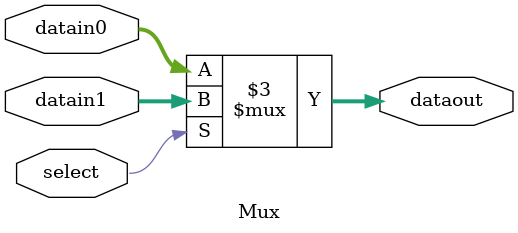
<source format=v>
module Mux (select, datain0, datain1, dataout);
    input select;
    input [31:0]datain0, datain1;
    output reg [31:0]dataout;

    always @(*) begin
        if (select) 
            dataout <= datain1;
        else
            dataout <= datain0;
    end
endmodule

</source>
